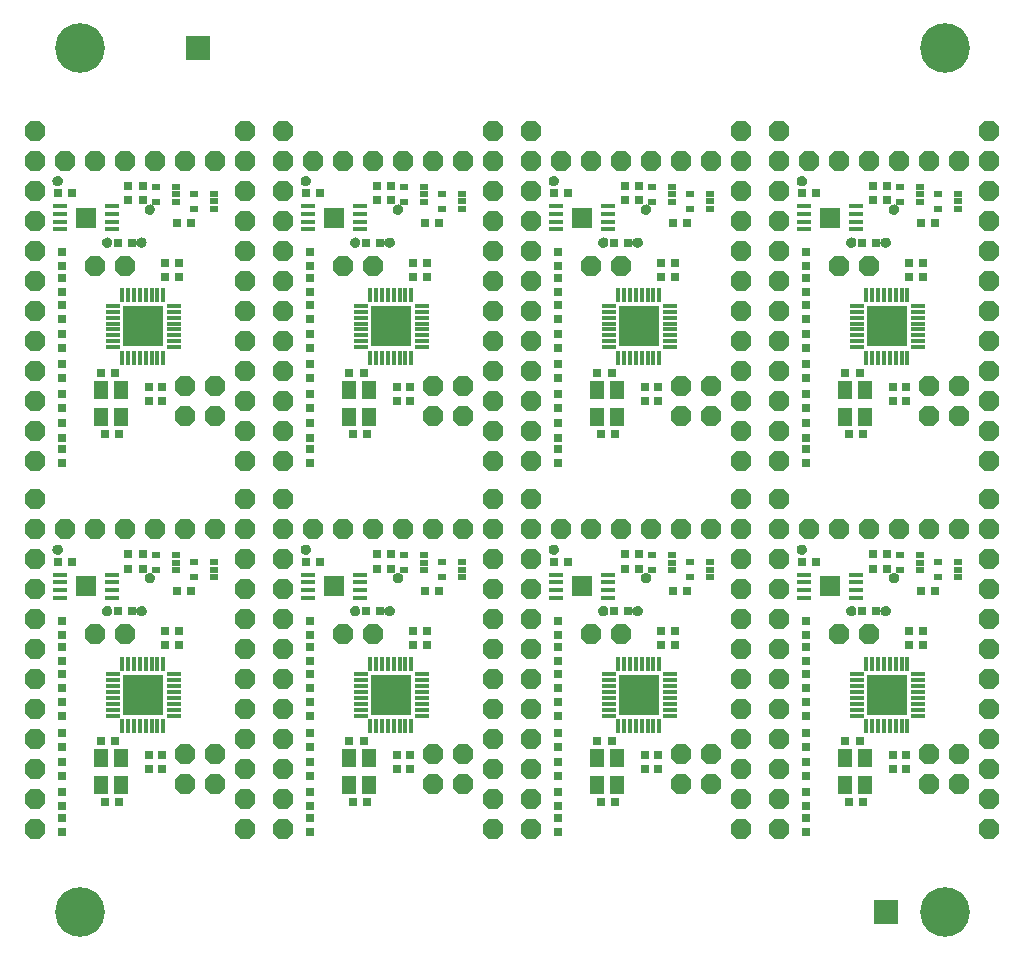
<source format=gts>
G75*
%MOIN*%
%OFA0B0*%
%FSLAX24Y24*%
%IPPOS*%
%LPD*%
%AMOC8*
5,1,8,0,0,1.08239X$1,22.5*
%
%ADD10C,0.1655*%
%ADD11R,0.0787X0.0787*%
%ADD12OC8,0.0671*%
%ADD13R,0.1378X0.1378*%
%ADD14R,0.0138X0.0492*%
%ADD15R,0.0492X0.0138*%
%ADD16R,0.0315X0.0315*%
%ADD17C,0.0050*%
%ADD18C,0.0474*%
%ADD19R,0.0315X0.0197*%
%ADD20R,0.0709X0.0709*%
%ADD21R,0.0512X0.0591*%
D10*
X006755Y006405D03*
X035574Y006405D03*
X035574Y035224D03*
X006755Y035224D03*
D11*
X010692Y035224D03*
X033605Y006405D03*
D12*
X037066Y009173D03*
X037066Y010173D03*
X037066Y011173D03*
X036066Y011673D03*
X037066Y012173D03*
X037066Y013173D03*
X037066Y014173D03*
X037066Y015173D03*
X037066Y016173D03*
X037066Y017173D03*
X037066Y018173D03*
X037066Y019173D03*
X036066Y019173D03*
X035066Y019173D03*
X034066Y019173D03*
X033066Y019173D03*
X032066Y019173D03*
X031066Y019173D03*
X030066Y019173D03*
X030066Y020173D03*
X028798Y020173D03*
X028798Y019173D03*
X027798Y019173D03*
X026798Y019173D03*
X025798Y019173D03*
X024798Y019173D03*
X023798Y019173D03*
X022798Y019173D03*
X021798Y019173D03*
X021798Y020173D03*
X020530Y020173D03*
X020530Y019173D03*
X019530Y019173D03*
X018530Y019173D03*
X017530Y019173D03*
X016530Y019173D03*
X015530Y019173D03*
X014530Y019173D03*
X013530Y019173D03*
X013530Y020173D03*
X012263Y020173D03*
X012263Y019173D03*
X012263Y018173D03*
X012263Y017173D03*
X012263Y016173D03*
X012263Y015173D03*
X012263Y014173D03*
X012263Y013173D03*
X012263Y012173D03*
X012263Y011173D03*
X012263Y010173D03*
X012263Y009173D03*
X013530Y009173D03*
X013530Y010173D03*
X013530Y011173D03*
X013530Y012173D03*
X013530Y013173D03*
X013530Y014173D03*
X013530Y015173D03*
X013530Y016173D03*
X013530Y017173D03*
X013530Y018173D03*
X011263Y019173D03*
X010263Y019173D03*
X009263Y019173D03*
X008263Y019173D03*
X007263Y019173D03*
X006263Y019173D03*
X005263Y019173D03*
X005263Y020173D03*
X005263Y021456D03*
X005263Y022456D03*
X005263Y023456D03*
X005263Y024456D03*
X005263Y025456D03*
X005263Y026456D03*
X005263Y027456D03*
X005263Y028456D03*
X005263Y029456D03*
X005263Y030456D03*
X005263Y031456D03*
X005263Y032456D03*
X006263Y031456D03*
X007263Y031456D03*
X008263Y031456D03*
X009263Y031456D03*
X010263Y031456D03*
X011263Y031456D03*
X012263Y031456D03*
X012263Y032456D03*
X013530Y032456D03*
X013530Y031456D03*
X013530Y030456D03*
X013530Y029456D03*
X013530Y028456D03*
X013530Y027456D03*
X013530Y026456D03*
X013530Y025456D03*
X013530Y024456D03*
X013530Y023456D03*
X013530Y022456D03*
X013530Y021456D03*
X012263Y021456D03*
X012263Y022456D03*
X012263Y023456D03*
X012263Y024456D03*
X012263Y025456D03*
X012263Y026456D03*
X012263Y027456D03*
X012263Y028456D03*
X012263Y029456D03*
X012263Y030456D03*
X014530Y031456D03*
X015530Y031456D03*
X016530Y031456D03*
X017530Y031456D03*
X018530Y031456D03*
X019530Y031456D03*
X020530Y031456D03*
X020530Y032456D03*
X021798Y032456D03*
X021798Y031456D03*
X021798Y030456D03*
X021798Y029456D03*
X021798Y028456D03*
X021798Y027456D03*
X021798Y026456D03*
X021798Y025456D03*
X021798Y024456D03*
X021798Y023456D03*
X021798Y022456D03*
X021798Y021456D03*
X020530Y021456D03*
X020530Y022456D03*
X020530Y023456D03*
X020530Y024456D03*
X020530Y025456D03*
X020530Y026456D03*
X020530Y027456D03*
X020530Y028456D03*
X020530Y029456D03*
X020530Y030456D03*
X022798Y031456D03*
X023798Y031456D03*
X024798Y031456D03*
X025798Y031456D03*
X026798Y031456D03*
X027798Y031456D03*
X028798Y031456D03*
X028798Y032456D03*
X030066Y032456D03*
X030066Y031456D03*
X030066Y030456D03*
X030066Y029456D03*
X030066Y028456D03*
X030066Y027456D03*
X030066Y026456D03*
X030066Y025456D03*
X030066Y024456D03*
X030066Y023456D03*
X030066Y022456D03*
X030066Y021456D03*
X028798Y021456D03*
X028798Y022456D03*
X028798Y023456D03*
X028798Y024456D03*
X028798Y025456D03*
X028798Y026456D03*
X028798Y027456D03*
X028798Y028456D03*
X028798Y029456D03*
X028798Y030456D03*
X031066Y031456D03*
X032066Y031456D03*
X033066Y031456D03*
X034066Y031456D03*
X035066Y031456D03*
X036066Y031456D03*
X037066Y031456D03*
X037066Y032456D03*
X037066Y030456D03*
X037066Y029456D03*
X037066Y028456D03*
X037066Y027456D03*
X037066Y026456D03*
X037066Y025456D03*
X037066Y024456D03*
X036066Y023956D03*
X037066Y023456D03*
X037066Y022456D03*
X036066Y022956D03*
X035066Y022956D03*
X035066Y023956D03*
X037066Y021456D03*
X037066Y020173D03*
X033066Y015673D03*
X032066Y015673D03*
X030066Y016173D03*
X030066Y017173D03*
X030066Y018173D03*
X028798Y018173D03*
X028798Y017173D03*
X028798Y016173D03*
X028798Y015173D03*
X028798Y014173D03*
X028798Y013173D03*
X028798Y012173D03*
X028798Y011173D03*
X028798Y010173D03*
X028798Y009173D03*
X030066Y009173D03*
X030066Y010173D03*
X030066Y011173D03*
X030066Y012173D03*
X030066Y013173D03*
X030066Y014173D03*
X030066Y015173D03*
X027798Y011673D03*
X026798Y011673D03*
X026798Y010673D03*
X027798Y010673D03*
X024798Y015673D03*
X023798Y015673D03*
X021798Y016173D03*
X021798Y017173D03*
X021798Y018173D03*
X020530Y018173D03*
X020530Y017173D03*
X020530Y016173D03*
X020530Y015173D03*
X020530Y014173D03*
X020530Y013173D03*
X020530Y012173D03*
X020530Y011173D03*
X020530Y010173D03*
X020530Y009173D03*
X021798Y009173D03*
X021798Y010173D03*
X021798Y011173D03*
X021798Y012173D03*
X021798Y013173D03*
X021798Y014173D03*
X021798Y015173D03*
X019530Y011673D03*
X018530Y011673D03*
X018530Y010673D03*
X019530Y010673D03*
X016530Y015673D03*
X015530Y015673D03*
X011263Y011673D03*
X010263Y011673D03*
X010263Y010673D03*
X011263Y010673D03*
X008263Y015673D03*
X007263Y015673D03*
X005263Y016173D03*
X005263Y017173D03*
X005263Y018173D03*
X005263Y015173D03*
X005263Y014173D03*
X005263Y013173D03*
X005263Y012173D03*
X005263Y011173D03*
X005263Y010173D03*
X005263Y009173D03*
X010263Y022956D03*
X011263Y022956D03*
X011263Y023956D03*
X010263Y023956D03*
X008263Y027956D03*
X007263Y027956D03*
X015530Y027956D03*
X016530Y027956D03*
X018530Y023956D03*
X018530Y022956D03*
X019530Y022956D03*
X019530Y023956D03*
X023798Y027956D03*
X024798Y027956D03*
X026798Y023956D03*
X026798Y022956D03*
X027798Y022956D03*
X027798Y023956D03*
X032066Y027956D03*
X033066Y027956D03*
X035066Y011673D03*
X035066Y010673D03*
X036066Y010673D03*
D13*
X033645Y013649D03*
X025377Y013649D03*
X017109Y013649D03*
X008841Y013649D03*
X008841Y025933D03*
X017109Y025933D03*
X025377Y025933D03*
X033645Y025933D03*
D14*
X033743Y026976D03*
X033546Y026976D03*
X033349Y026976D03*
X033153Y026976D03*
X032956Y026976D03*
X033940Y026976D03*
X034137Y026976D03*
X034334Y026976D03*
X034334Y024889D03*
X034137Y024889D03*
X033940Y024889D03*
X033743Y024889D03*
X033546Y024889D03*
X033349Y024889D03*
X033153Y024889D03*
X032956Y024889D03*
X026066Y024889D03*
X025869Y024889D03*
X025672Y024889D03*
X025475Y024889D03*
X025279Y024889D03*
X025082Y024889D03*
X024885Y024889D03*
X024688Y024889D03*
X024688Y026976D03*
X024885Y026976D03*
X025082Y026976D03*
X025279Y026976D03*
X025475Y026976D03*
X025672Y026976D03*
X025869Y026976D03*
X026066Y026976D03*
X017798Y026976D03*
X017601Y026976D03*
X017404Y026976D03*
X017208Y026976D03*
X017011Y026976D03*
X016814Y026976D03*
X016617Y026976D03*
X016420Y026976D03*
X016420Y024889D03*
X016617Y024889D03*
X016814Y024889D03*
X017011Y024889D03*
X017208Y024889D03*
X017404Y024889D03*
X017601Y024889D03*
X017798Y024889D03*
X009530Y024889D03*
X009334Y024889D03*
X009137Y024889D03*
X008940Y024889D03*
X008743Y024889D03*
X008546Y024889D03*
X008349Y024889D03*
X008153Y024889D03*
X008153Y026976D03*
X008349Y026976D03*
X008546Y026976D03*
X008743Y026976D03*
X008940Y026976D03*
X009137Y026976D03*
X009334Y026976D03*
X009530Y026976D03*
X009530Y014693D03*
X009334Y014693D03*
X009137Y014693D03*
X008940Y014693D03*
X008743Y014693D03*
X008546Y014693D03*
X008349Y014693D03*
X008153Y014693D03*
X008153Y012606D03*
X008349Y012606D03*
X008546Y012606D03*
X008743Y012606D03*
X008940Y012606D03*
X009137Y012606D03*
X009334Y012606D03*
X009530Y012606D03*
X016420Y012606D03*
X016617Y012606D03*
X016814Y012606D03*
X017011Y012606D03*
X017208Y012606D03*
X017404Y012606D03*
X017601Y012606D03*
X017798Y012606D03*
X017798Y014693D03*
X017601Y014693D03*
X017404Y014693D03*
X017208Y014693D03*
X017011Y014693D03*
X016814Y014693D03*
X016617Y014693D03*
X016420Y014693D03*
X024688Y014693D03*
X024885Y014693D03*
X025082Y014693D03*
X025279Y014693D03*
X025475Y014693D03*
X025672Y014693D03*
X025869Y014693D03*
X026066Y014693D03*
X026066Y012606D03*
X025869Y012606D03*
X025672Y012606D03*
X025475Y012606D03*
X025279Y012606D03*
X025082Y012606D03*
X024885Y012606D03*
X024688Y012606D03*
X032956Y012606D03*
X033153Y012606D03*
X033349Y012606D03*
X033546Y012606D03*
X033743Y012606D03*
X033940Y012606D03*
X034137Y012606D03*
X034334Y012606D03*
X034334Y014693D03*
X034137Y014693D03*
X033940Y014693D03*
X033743Y014693D03*
X033546Y014693D03*
X033349Y014693D03*
X033153Y014693D03*
X032956Y014693D03*
D15*
X032641Y014338D03*
X032641Y014141D03*
X032641Y013944D03*
X032641Y013748D03*
X032641Y013551D03*
X032641Y013354D03*
X032641Y013157D03*
X032641Y012960D03*
X034688Y012960D03*
X034688Y013157D03*
X034688Y013354D03*
X034688Y013551D03*
X034688Y013748D03*
X034688Y013944D03*
X034688Y014141D03*
X034688Y014338D03*
X032631Y016887D03*
X032631Y017143D03*
X032631Y017399D03*
X032631Y017655D03*
X030879Y017655D03*
X030879Y017399D03*
X030879Y017143D03*
X030879Y016887D03*
X026420Y014338D03*
X026420Y014141D03*
X026420Y013944D03*
X026420Y013748D03*
X026420Y013551D03*
X026420Y013354D03*
X026420Y013157D03*
X026420Y012960D03*
X024373Y012960D03*
X024373Y013157D03*
X024373Y013354D03*
X024373Y013551D03*
X024373Y013748D03*
X024373Y013944D03*
X024373Y014141D03*
X024373Y014338D03*
X024363Y016887D03*
X024363Y017143D03*
X024363Y017399D03*
X024363Y017655D03*
X022611Y017655D03*
X022611Y017399D03*
X022611Y017143D03*
X022611Y016887D03*
X018153Y014338D03*
X018153Y014141D03*
X018153Y013944D03*
X018153Y013748D03*
X018153Y013551D03*
X018153Y013354D03*
X018153Y013157D03*
X018153Y012960D03*
X016105Y012960D03*
X016105Y013157D03*
X016105Y013354D03*
X016105Y013551D03*
X016105Y013748D03*
X016105Y013944D03*
X016105Y014141D03*
X016105Y014338D03*
X016095Y016887D03*
X016095Y017143D03*
X016095Y017399D03*
X016095Y017655D03*
X014343Y017655D03*
X014343Y017399D03*
X014343Y017143D03*
X014343Y016887D03*
X009885Y014338D03*
X009885Y014141D03*
X009885Y013944D03*
X009885Y013748D03*
X009885Y013551D03*
X009885Y013354D03*
X009885Y013157D03*
X009885Y012960D03*
X007838Y012960D03*
X007838Y013157D03*
X007838Y013354D03*
X007838Y013551D03*
X007838Y013748D03*
X007838Y013944D03*
X007838Y014141D03*
X007838Y014338D03*
X007828Y016887D03*
X007828Y017143D03*
X007828Y017399D03*
X007828Y017655D03*
X006076Y017655D03*
X006076Y017399D03*
X006076Y017143D03*
X006076Y016887D03*
X007838Y025244D03*
X007838Y025441D03*
X007838Y025637D03*
X007838Y025834D03*
X007838Y026031D03*
X007838Y026228D03*
X007838Y026425D03*
X007838Y026622D03*
X009885Y026622D03*
X009885Y026425D03*
X009885Y026228D03*
X009885Y026031D03*
X009885Y025834D03*
X009885Y025637D03*
X009885Y025441D03*
X009885Y025244D03*
X007828Y029171D03*
X007828Y029427D03*
X007828Y029683D03*
X007828Y029939D03*
X006076Y029939D03*
X006076Y029683D03*
X006076Y029427D03*
X006076Y029171D03*
X014343Y029171D03*
X014343Y029427D03*
X014343Y029683D03*
X014343Y029939D03*
X016095Y029939D03*
X016095Y029683D03*
X016095Y029427D03*
X016095Y029171D03*
X016105Y026622D03*
X016105Y026425D03*
X016105Y026228D03*
X016105Y026031D03*
X016105Y025834D03*
X016105Y025637D03*
X016105Y025441D03*
X016105Y025244D03*
X018153Y025244D03*
X018153Y025441D03*
X018153Y025637D03*
X018153Y025834D03*
X018153Y026031D03*
X018153Y026228D03*
X018153Y026425D03*
X018153Y026622D03*
X022611Y029171D03*
X022611Y029427D03*
X022611Y029683D03*
X022611Y029939D03*
X024363Y029939D03*
X024363Y029683D03*
X024363Y029427D03*
X024363Y029171D03*
X024373Y026622D03*
X024373Y026425D03*
X024373Y026228D03*
X024373Y026031D03*
X024373Y025834D03*
X024373Y025637D03*
X024373Y025441D03*
X024373Y025244D03*
X026420Y025244D03*
X026420Y025441D03*
X026420Y025637D03*
X026420Y025834D03*
X026420Y026031D03*
X026420Y026228D03*
X026420Y026425D03*
X026420Y026622D03*
X030879Y029171D03*
X030879Y029427D03*
X030879Y029683D03*
X030879Y029939D03*
X032631Y029939D03*
X032631Y029683D03*
X032631Y029427D03*
X032631Y029171D03*
X032641Y026622D03*
X032641Y026425D03*
X032641Y026228D03*
X032641Y026031D03*
X032641Y025834D03*
X032641Y025637D03*
X032641Y025441D03*
X032641Y025244D03*
X034688Y025244D03*
X034688Y025441D03*
X034688Y025637D03*
X034688Y025834D03*
X034688Y026031D03*
X034688Y026228D03*
X034688Y026425D03*
X034688Y026622D03*
D16*
X034865Y027586D03*
X034393Y027586D03*
X034393Y028059D03*
X034865Y028059D03*
X034786Y029397D03*
X035259Y029397D03*
X033645Y030145D03*
X033172Y030145D03*
X033172Y030618D03*
X033645Y030618D03*
X033290Y028728D03*
X032818Y028728D03*
X030967Y028413D03*
X030967Y027941D03*
X030967Y027547D03*
X030967Y027074D03*
X030967Y026641D03*
X030967Y026169D03*
X030967Y025696D03*
X030967Y025224D03*
X030967Y024673D03*
X030967Y024200D03*
X030967Y023689D03*
X030967Y023216D03*
X030967Y022704D03*
X030967Y022232D03*
X030967Y021838D03*
X030967Y021366D03*
X032385Y022350D03*
X032857Y022350D03*
X033841Y023452D03*
X034275Y023452D03*
X034275Y023925D03*
X033841Y023925D03*
X032739Y024397D03*
X032267Y024397D03*
X026991Y029397D03*
X026519Y029397D03*
X026597Y028059D03*
X026125Y028059D03*
X026125Y027586D03*
X026597Y027586D03*
X025023Y028728D03*
X024550Y028728D03*
X024904Y030145D03*
X024904Y030618D03*
X025377Y030618D03*
X025377Y030145D03*
X023015Y030381D03*
X022542Y030381D03*
X022700Y028413D03*
X022700Y027941D03*
X022700Y027547D03*
X022700Y027074D03*
X022700Y026641D03*
X022700Y026169D03*
X022700Y025696D03*
X022700Y025224D03*
X022700Y024673D03*
X022700Y024200D03*
X022700Y023689D03*
X022700Y023216D03*
X022700Y022704D03*
X022700Y022232D03*
X022700Y021838D03*
X022700Y021366D03*
X024117Y022350D03*
X024590Y022350D03*
X025574Y023452D03*
X026007Y023452D03*
X026007Y023925D03*
X025574Y023925D03*
X024471Y024397D03*
X023999Y024397D03*
X018723Y029397D03*
X018251Y029397D03*
X018330Y028059D03*
X017857Y028059D03*
X017857Y027586D03*
X018330Y027586D03*
X016755Y028728D03*
X016282Y028728D03*
X016637Y030145D03*
X017109Y030145D03*
X017109Y030618D03*
X016637Y030618D03*
X014747Y030381D03*
X014275Y030381D03*
X014432Y028413D03*
X014432Y027941D03*
X014432Y027547D03*
X014432Y027074D03*
X014432Y026641D03*
X014432Y026169D03*
X014432Y025696D03*
X014432Y025224D03*
X014432Y024673D03*
X014432Y024200D03*
X014432Y023689D03*
X014432Y023216D03*
X014432Y022704D03*
X014432Y022232D03*
X014432Y021838D03*
X014432Y021366D03*
X015849Y022350D03*
X016322Y022350D03*
X017306Y023452D03*
X017739Y023452D03*
X017739Y023925D03*
X017306Y023925D03*
X016204Y024397D03*
X015731Y024397D03*
X010456Y029397D03*
X009983Y029397D03*
X010062Y028059D03*
X009590Y028059D03*
X009590Y027586D03*
X010062Y027586D03*
X008487Y028728D03*
X008015Y028728D03*
X008369Y030145D03*
X008841Y030145D03*
X008841Y030618D03*
X008369Y030618D03*
X006479Y030381D03*
X006007Y030381D03*
X006164Y028413D03*
X006164Y027941D03*
X006164Y027547D03*
X006164Y027074D03*
X006164Y026641D03*
X006164Y026169D03*
X006164Y025696D03*
X006164Y025224D03*
X006164Y024673D03*
X006164Y024200D03*
X006164Y023689D03*
X006164Y023216D03*
X006164Y022704D03*
X006164Y022232D03*
X006164Y021838D03*
X006164Y021366D03*
X007582Y022350D03*
X008054Y022350D03*
X009038Y023452D03*
X009471Y023452D03*
X009471Y023925D03*
X009038Y023925D03*
X007936Y024397D03*
X007464Y024397D03*
X008369Y018334D03*
X008841Y018334D03*
X008841Y017862D03*
X008369Y017862D03*
X008487Y016444D03*
X008015Y016444D03*
X009590Y015775D03*
X010062Y015775D03*
X010062Y015303D03*
X009590Y015303D03*
X009983Y017114D03*
X010456Y017114D03*
X014275Y018098D03*
X014747Y018098D03*
X016637Y017862D03*
X017109Y017862D03*
X017109Y018334D03*
X016637Y018334D03*
X016755Y016444D03*
X016282Y016444D03*
X014432Y016130D03*
X014432Y015657D03*
X014432Y015263D03*
X014432Y014791D03*
X014432Y014358D03*
X014432Y013885D03*
X014432Y013413D03*
X014432Y012941D03*
X014432Y012389D03*
X014432Y011917D03*
X014432Y011405D03*
X014432Y010933D03*
X014432Y010421D03*
X014432Y009948D03*
X014432Y009555D03*
X014432Y009082D03*
X015849Y010067D03*
X016322Y010067D03*
X017306Y011169D03*
X017739Y011169D03*
X017739Y011641D03*
X017306Y011641D03*
X016204Y012114D03*
X015731Y012114D03*
X017857Y015303D03*
X017857Y015775D03*
X018330Y015775D03*
X018330Y015303D03*
X018251Y017114D03*
X018723Y017114D03*
X022542Y018098D03*
X023015Y018098D03*
X024550Y016444D03*
X025023Y016444D03*
X026125Y015775D03*
X026125Y015303D03*
X026597Y015303D03*
X026597Y015775D03*
X026519Y017114D03*
X026991Y017114D03*
X025377Y017862D03*
X025377Y018334D03*
X024904Y018334D03*
X024904Y017862D03*
X022700Y016130D03*
X022700Y015657D03*
X022700Y015263D03*
X022700Y014791D03*
X022700Y014358D03*
X022700Y013885D03*
X022700Y013413D03*
X022700Y012941D03*
X022700Y012389D03*
X022700Y011917D03*
X022700Y011405D03*
X022700Y010933D03*
X022700Y010421D03*
X022700Y009948D03*
X022700Y009555D03*
X022700Y009082D03*
X024117Y010067D03*
X024590Y010067D03*
X025574Y011169D03*
X026007Y011169D03*
X026007Y011641D03*
X025574Y011641D03*
X024471Y012114D03*
X023999Y012114D03*
X030967Y011917D03*
X030967Y011405D03*
X030967Y010933D03*
X030967Y010421D03*
X030967Y009948D03*
X030967Y009555D03*
X030967Y009082D03*
X032385Y010067D03*
X032857Y010067D03*
X033841Y011169D03*
X034275Y011169D03*
X034275Y011641D03*
X033841Y011641D03*
X032739Y012114D03*
X032267Y012114D03*
X030967Y012389D03*
X030967Y012941D03*
X030967Y013413D03*
X030967Y013885D03*
X030967Y014358D03*
X030967Y014791D03*
X030967Y015263D03*
X030967Y015657D03*
X030967Y016130D03*
X032818Y016444D03*
X033290Y016444D03*
X034393Y015775D03*
X034393Y015303D03*
X034865Y015303D03*
X034865Y015775D03*
X034786Y017114D03*
X035259Y017114D03*
X033645Y017862D03*
X033172Y017862D03*
X033172Y018334D03*
X033645Y018334D03*
X031282Y018098D03*
X030810Y018098D03*
X030810Y030381D03*
X031282Y030381D03*
X009471Y011641D03*
X009038Y011641D03*
X009038Y011169D03*
X009471Y011169D03*
X008054Y010067D03*
X007582Y010067D03*
X006164Y009948D03*
X006164Y009555D03*
X006164Y009082D03*
X006164Y010421D03*
X006164Y010933D03*
X006164Y011405D03*
X006164Y011917D03*
X006164Y012389D03*
X006164Y012941D03*
X006164Y013413D03*
X006164Y013885D03*
X006164Y014358D03*
X006164Y014791D03*
X006164Y015263D03*
X006164Y015657D03*
X006164Y016130D03*
X006007Y018098D03*
X006479Y018098D03*
X007464Y012114D03*
X007936Y012114D03*
D17*
X007660Y016307D02*
X007630Y016310D01*
X007601Y016320D01*
X007574Y016337D01*
X007553Y016359D01*
X007536Y016385D01*
X007526Y016414D01*
X007523Y016444D01*
X007526Y016475D01*
X007536Y016504D01*
X007553Y016530D01*
X007574Y016552D01*
X007601Y016569D01*
X007630Y016579D01*
X007660Y016582D01*
X007691Y016579D01*
X007720Y016569D01*
X007746Y016552D01*
X007768Y016530D01*
X007785Y016504D01*
X007795Y016475D01*
X007798Y016444D01*
X007795Y016414D01*
X007785Y016385D01*
X007768Y016359D01*
X007746Y016337D01*
X007720Y016320D01*
X007691Y016310D01*
X007660Y016307D01*
X007604Y016319D02*
X007717Y016319D01*
X007774Y016368D02*
X007547Y016368D01*
X007526Y016416D02*
X007795Y016416D01*
X007796Y016465D02*
X007525Y016465D01*
X007542Y016513D02*
X007779Y016513D01*
X007731Y016562D02*
X007590Y016562D01*
X008664Y016444D02*
X008668Y016414D01*
X008678Y016385D01*
X008694Y016359D01*
X008716Y016337D01*
X008742Y016320D01*
X008771Y016310D01*
X008802Y016307D01*
X008833Y016310D01*
X008862Y016320D01*
X008888Y016337D01*
X008910Y016359D01*
X008926Y016385D01*
X008936Y016414D01*
X008940Y016444D01*
X008936Y016475D01*
X008926Y016504D01*
X008910Y016530D01*
X008888Y016552D01*
X008862Y016569D01*
X008833Y016579D01*
X008802Y016582D01*
X008771Y016579D01*
X008742Y016569D01*
X008716Y016552D01*
X008694Y016530D01*
X008678Y016504D01*
X008668Y016475D01*
X008664Y016444D01*
X008667Y016465D02*
X008938Y016465D01*
X008937Y016416D02*
X008668Y016416D01*
X008689Y016368D02*
X008916Y016368D01*
X008859Y016319D02*
X008746Y016319D01*
X008684Y016513D02*
X008921Y016513D01*
X008873Y016562D02*
X008731Y016562D01*
X009018Y017423D02*
X008992Y017439D01*
X008970Y017461D01*
X008954Y017487D01*
X008943Y017516D01*
X008940Y017547D01*
X008943Y017578D01*
X008954Y017607D01*
X008970Y017633D01*
X008992Y017655D01*
X009018Y017671D01*
X009047Y017681D01*
X009078Y017685D01*
X009108Y017681D01*
X009138Y017671D01*
X009164Y017655D01*
X009185Y017633D01*
X009202Y017607D01*
X009212Y017578D01*
X009216Y017547D01*
X009212Y017516D01*
X009202Y017487D01*
X009185Y017461D01*
X009164Y017439D01*
X009138Y017423D01*
X009108Y017413D01*
X009078Y017409D01*
X009047Y017413D01*
X009018Y017423D01*
X008999Y017435D02*
X009157Y017435D01*
X009199Y017483D02*
X008956Y017483D01*
X008942Y017532D02*
X009214Y017532D01*
X009211Y017580D02*
X008944Y017580D01*
X008967Y017629D02*
X009188Y017629D01*
X009120Y017677D02*
X009036Y017677D01*
X006141Y018461D02*
X006131Y018432D01*
X006115Y018406D01*
X006093Y018384D01*
X006067Y018368D01*
X006038Y018357D01*
X006007Y018354D01*
X005976Y018357D01*
X005947Y018368D01*
X005921Y018384D01*
X005899Y018406D01*
X005883Y018432D01*
X005873Y018461D01*
X005869Y018492D01*
X005873Y018522D01*
X005883Y018552D01*
X005899Y018578D01*
X005921Y018599D01*
X005947Y018616D01*
X005976Y018626D01*
X006007Y018630D01*
X006038Y018626D01*
X006067Y018616D01*
X006093Y018599D01*
X006115Y018578D01*
X006131Y018552D01*
X006141Y018522D01*
X006145Y018492D01*
X006141Y018461D01*
X006138Y018453D02*
X005875Y018453D01*
X005870Y018502D02*
X006144Y018502D01*
X006131Y018550D02*
X005882Y018550D01*
X005920Y018599D02*
X006094Y018599D01*
X006113Y018405D02*
X005900Y018405D01*
X005987Y018356D02*
X006027Y018356D01*
X014137Y018492D02*
X014140Y018461D01*
X014150Y018432D01*
X014167Y018406D01*
X014189Y018384D01*
X014215Y018368D01*
X014244Y018357D01*
X014275Y018354D01*
X014305Y018357D01*
X014334Y018368D01*
X014360Y018384D01*
X014382Y018406D01*
X014399Y018432D01*
X014409Y018461D01*
X014412Y018492D01*
X014409Y018522D01*
X014399Y018552D01*
X014382Y018578D01*
X014360Y018599D01*
X014334Y018616D01*
X014305Y018626D01*
X014275Y018630D01*
X014244Y018626D01*
X014215Y018616D01*
X014189Y018599D01*
X014167Y018578D01*
X014150Y018552D01*
X014140Y018522D01*
X014137Y018492D01*
X014138Y018502D02*
X014411Y018502D01*
X014406Y018453D02*
X014143Y018453D01*
X014168Y018405D02*
X014381Y018405D01*
X014295Y018356D02*
X014255Y018356D01*
X014150Y018550D02*
X014399Y018550D01*
X014361Y018599D02*
X014188Y018599D01*
X015842Y016552D02*
X015868Y016569D01*
X015897Y016579D01*
X015928Y016582D01*
X015959Y016579D01*
X015988Y016569D01*
X016014Y016552D01*
X016036Y016530D01*
X016052Y016504D01*
X016062Y016475D01*
X016066Y016444D01*
X016062Y016414D01*
X016052Y016385D01*
X016036Y016359D01*
X016014Y016337D01*
X015988Y016320D01*
X015959Y016310D01*
X015928Y016307D01*
X015897Y016310D01*
X015868Y016320D01*
X015842Y016337D01*
X015820Y016359D01*
X015804Y016385D01*
X015794Y016414D01*
X015790Y016444D01*
X015794Y016475D01*
X015804Y016504D01*
X015820Y016530D01*
X015842Y016552D01*
X015857Y016562D02*
X015999Y016562D01*
X016047Y016513D02*
X015810Y016513D01*
X015793Y016465D02*
X016064Y016465D01*
X016063Y016416D02*
X015794Y016416D01*
X015815Y016368D02*
X016042Y016368D01*
X015985Y016319D02*
X015872Y016319D01*
X016932Y016444D02*
X016936Y016414D01*
X016946Y016385D01*
X016962Y016359D01*
X016984Y016337D01*
X017010Y016320D01*
X017039Y016310D01*
X017070Y016307D01*
X017101Y016310D01*
X017130Y016320D01*
X017156Y016337D01*
X017178Y016359D01*
X017194Y016385D01*
X017204Y016414D01*
X017208Y016444D01*
X017204Y016475D01*
X017194Y016504D01*
X017178Y016530D01*
X017156Y016552D01*
X017130Y016569D01*
X017101Y016579D01*
X017070Y016582D01*
X017039Y016579D01*
X017010Y016569D01*
X016984Y016552D01*
X016962Y016530D01*
X016946Y016504D01*
X016936Y016475D01*
X016932Y016444D01*
X016934Y016465D02*
X017205Y016465D01*
X017204Y016416D02*
X016935Y016416D01*
X016956Y016368D02*
X017183Y016368D01*
X017126Y016319D02*
X017013Y016319D01*
X016951Y016513D02*
X017188Y016513D01*
X017141Y016562D02*
X016999Y016562D01*
X017286Y017423D02*
X017260Y017439D01*
X017238Y017461D01*
X017221Y017487D01*
X017211Y017516D01*
X017208Y017547D01*
X017211Y017578D01*
X017221Y017607D01*
X017238Y017633D01*
X017260Y017655D01*
X017286Y017671D01*
X017315Y017681D01*
X017345Y017685D01*
X017376Y017681D01*
X017405Y017671D01*
X017431Y017655D01*
X017453Y017633D01*
X017470Y017607D01*
X017480Y017578D01*
X017483Y017547D01*
X017480Y017516D01*
X017470Y017487D01*
X017453Y017461D01*
X017431Y017439D01*
X017405Y017423D01*
X017376Y017413D01*
X017345Y017409D01*
X017315Y017413D01*
X017286Y017423D01*
X017267Y017435D02*
X017424Y017435D01*
X017467Y017483D02*
X017224Y017483D01*
X017209Y017532D02*
X017482Y017532D01*
X017479Y017580D02*
X017212Y017580D01*
X017235Y017629D02*
X017456Y017629D01*
X017388Y017677D02*
X017303Y017677D01*
X022408Y018461D02*
X022404Y018492D01*
X022408Y018522D01*
X022418Y018552D01*
X022435Y018578D01*
X022456Y018599D01*
X022629Y018599D01*
X022628Y018599D02*
X022650Y018578D01*
X022666Y018552D01*
X022677Y018522D01*
X022680Y018492D01*
X022677Y018461D01*
X022666Y018432D01*
X022650Y018406D01*
X022628Y018384D01*
X022602Y018368D01*
X022573Y018357D01*
X022542Y018354D01*
X022512Y018357D01*
X022482Y018368D01*
X022456Y018384D01*
X022435Y018406D01*
X022418Y018432D01*
X022408Y018461D01*
X022411Y018453D02*
X022674Y018453D01*
X022679Y018502D02*
X022406Y018502D01*
X022418Y018550D02*
X022667Y018550D01*
X022628Y018599D02*
X022602Y018616D01*
X022573Y018626D01*
X022542Y018630D01*
X022512Y018626D01*
X022482Y018616D01*
X022456Y018599D01*
X022436Y018405D02*
X022649Y018405D01*
X022562Y018356D02*
X022522Y018356D01*
X024110Y016552D02*
X024136Y016569D01*
X024165Y016579D01*
X024196Y016582D01*
X024226Y016579D01*
X024256Y016569D01*
X024282Y016552D01*
X024304Y016530D01*
X024320Y016504D01*
X024330Y016475D01*
X024334Y016444D01*
X024330Y016414D01*
X024320Y016385D01*
X024304Y016359D01*
X024282Y016337D01*
X024256Y016320D01*
X024226Y016310D01*
X024196Y016307D01*
X024165Y016310D01*
X024136Y016320D01*
X024110Y016337D01*
X024088Y016359D01*
X024072Y016385D01*
X024061Y016414D01*
X024058Y016444D01*
X024061Y016475D01*
X024072Y016504D01*
X024088Y016530D01*
X024110Y016552D01*
X024125Y016562D02*
X024267Y016562D01*
X024314Y016513D02*
X024077Y016513D01*
X024060Y016465D02*
X024331Y016465D01*
X024330Y016416D02*
X024061Y016416D01*
X024082Y016368D02*
X024309Y016368D01*
X024252Y016319D02*
X024139Y016319D01*
X025203Y016414D02*
X025200Y016444D01*
X025203Y016475D01*
X025213Y016504D01*
X025230Y016530D01*
X025252Y016552D01*
X025278Y016569D01*
X025307Y016579D01*
X025338Y016582D01*
X025368Y016579D01*
X025397Y016569D01*
X025423Y016552D01*
X025445Y016530D01*
X025462Y016504D01*
X025472Y016475D01*
X025475Y016444D01*
X025472Y016414D01*
X025462Y016385D01*
X025445Y016359D01*
X025423Y016337D01*
X025397Y016320D01*
X025368Y016310D01*
X025338Y016307D01*
X025307Y016310D01*
X025278Y016320D01*
X025252Y016337D01*
X025230Y016359D01*
X025213Y016385D01*
X025203Y016414D01*
X025203Y016416D02*
X025472Y016416D01*
X025473Y016465D02*
X025202Y016465D01*
X025219Y016513D02*
X025456Y016513D01*
X025408Y016562D02*
X025267Y016562D01*
X025224Y016368D02*
X025451Y016368D01*
X025394Y016319D02*
X025281Y016319D01*
X025582Y017413D02*
X025553Y017423D01*
X025527Y017439D01*
X025505Y017461D01*
X025489Y017487D01*
X025479Y017516D01*
X025475Y017547D01*
X025479Y017578D01*
X025489Y017607D01*
X025505Y017633D01*
X025527Y017655D01*
X025553Y017671D01*
X025582Y017681D01*
X025613Y017685D01*
X025644Y017681D01*
X025673Y017671D01*
X025699Y017655D01*
X025721Y017633D01*
X025737Y017607D01*
X025747Y017578D01*
X025751Y017547D01*
X025747Y017516D01*
X025737Y017487D01*
X025721Y017461D01*
X025699Y017439D01*
X025673Y017423D01*
X025644Y017413D01*
X025613Y017409D01*
X025582Y017413D01*
X025534Y017435D02*
X025692Y017435D01*
X025735Y017483D02*
X025491Y017483D01*
X025477Y017532D02*
X025749Y017532D01*
X025747Y017580D02*
X025480Y017580D01*
X025503Y017629D02*
X025723Y017629D01*
X025655Y017677D02*
X025571Y017677D01*
X030676Y018461D02*
X030672Y018492D01*
X030676Y018522D01*
X030686Y018552D01*
X030702Y018578D01*
X030724Y018599D01*
X030750Y018616D01*
X030779Y018626D01*
X030810Y018630D01*
X030841Y018626D01*
X030870Y018616D01*
X030896Y018599D01*
X030918Y018578D01*
X030934Y018552D01*
X030944Y018522D01*
X030948Y018492D01*
X030944Y018461D01*
X030934Y018432D01*
X030918Y018406D01*
X030896Y018384D01*
X030870Y018368D01*
X030841Y018357D01*
X030810Y018354D01*
X030779Y018357D01*
X030750Y018368D01*
X030724Y018384D01*
X030702Y018406D01*
X030686Y018432D01*
X030676Y018461D01*
X030678Y018453D02*
X030942Y018453D01*
X030947Y018502D02*
X030673Y018502D01*
X030685Y018550D02*
X030935Y018550D01*
X030897Y018599D02*
X030723Y018599D01*
X030703Y018405D02*
X030917Y018405D01*
X030830Y018356D02*
X030790Y018356D01*
X032378Y016552D02*
X032404Y016569D01*
X032433Y016579D01*
X032464Y016582D01*
X032494Y016579D01*
X032523Y016569D01*
X032549Y016552D01*
X032571Y016530D01*
X032588Y016504D01*
X032598Y016475D01*
X032601Y016444D01*
X032598Y016414D01*
X032588Y016385D01*
X032571Y016359D01*
X032549Y016337D01*
X032523Y016320D01*
X032494Y016310D01*
X032464Y016307D01*
X032433Y016310D01*
X032404Y016320D01*
X032378Y016337D01*
X032356Y016359D01*
X032339Y016385D01*
X032329Y016414D01*
X032326Y016444D01*
X032329Y016475D01*
X032339Y016504D01*
X032356Y016530D01*
X032378Y016552D01*
X032393Y016562D02*
X032534Y016562D01*
X032582Y016513D02*
X032345Y016513D01*
X032328Y016465D02*
X032599Y016465D01*
X032598Y016416D02*
X032329Y016416D01*
X032350Y016368D02*
X032577Y016368D01*
X032520Y016319D02*
X032407Y016319D01*
X033467Y016444D02*
X033471Y016414D01*
X033481Y016385D01*
X033498Y016359D01*
X033519Y016337D01*
X033545Y016320D01*
X033575Y016310D01*
X033605Y016307D01*
X033636Y016310D01*
X033665Y016320D01*
X033691Y016337D01*
X033713Y016359D01*
X033729Y016385D01*
X033740Y016414D01*
X033743Y016444D01*
X033740Y016475D01*
X033729Y016504D01*
X033713Y016530D01*
X033691Y016552D01*
X033665Y016569D01*
X033636Y016579D01*
X033605Y016582D01*
X033575Y016579D01*
X033545Y016569D01*
X033519Y016552D01*
X033498Y016530D01*
X033481Y016504D01*
X033471Y016475D01*
X033467Y016444D01*
X033470Y016465D02*
X033741Y016465D01*
X033740Y016416D02*
X033471Y016416D01*
X033492Y016368D02*
X033719Y016368D01*
X033662Y016319D02*
X033549Y016319D01*
X033487Y016513D02*
X033724Y016513D01*
X033676Y016562D02*
X033534Y016562D01*
X033821Y017423D02*
X033795Y017439D01*
X033773Y017461D01*
X033757Y017487D01*
X033747Y017516D01*
X033743Y017547D01*
X033747Y017578D01*
X033757Y017607D01*
X033773Y017633D01*
X033795Y017655D01*
X033821Y017671D01*
X033850Y017681D01*
X033881Y017685D01*
X033912Y017681D01*
X033941Y017671D01*
X033967Y017655D01*
X033989Y017633D01*
X034005Y017607D01*
X034015Y017578D01*
X034019Y017547D01*
X034015Y017516D01*
X034005Y017487D01*
X033989Y017461D01*
X033967Y017439D01*
X033941Y017423D01*
X033912Y017413D01*
X033881Y017409D01*
X033850Y017413D01*
X033821Y017423D01*
X033802Y017435D02*
X033960Y017435D01*
X034003Y017483D02*
X033759Y017483D01*
X033745Y017532D02*
X034017Y017532D01*
X034014Y017580D02*
X033747Y017580D01*
X033771Y017629D02*
X033991Y017629D01*
X033923Y017677D02*
X033839Y017677D01*
X033605Y028590D02*
X033575Y028594D01*
X033545Y028604D01*
X033519Y028620D01*
X033498Y028642D01*
X033481Y028668D01*
X033471Y028697D01*
X033467Y028728D01*
X033471Y028759D01*
X033481Y028788D01*
X033498Y028814D01*
X033519Y028836D01*
X033545Y028852D01*
X033575Y028862D01*
X033605Y028866D01*
X033636Y028862D01*
X033665Y028852D01*
X033691Y028836D01*
X033713Y028814D01*
X033729Y028788D01*
X033740Y028759D01*
X033743Y028728D01*
X033740Y028697D01*
X033729Y028668D01*
X033713Y028642D01*
X033691Y028620D01*
X033665Y028604D01*
X033636Y028594D01*
X033605Y028590D01*
X033501Y028638D02*
X033709Y028638D01*
X033736Y028687D02*
X033475Y028687D01*
X033468Y028735D02*
X033742Y028735D01*
X033731Y028784D02*
X033480Y028784D01*
X033516Y028832D02*
X033695Y028832D01*
X033850Y029696D02*
X033821Y029706D01*
X033795Y029723D01*
X033773Y029744D01*
X033757Y029771D01*
X033747Y029800D01*
X033743Y029830D01*
X033747Y029861D01*
X033757Y029890D01*
X033773Y029916D01*
X033795Y029938D01*
X033821Y029954D01*
X033850Y029965D01*
X033881Y029968D01*
X033912Y029965D01*
X033941Y029954D01*
X033967Y029938D01*
X033989Y029916D01*
X034005Y029890D01*
X034015Y029861D01*
X034019Y029830D01*
X034015Y029800D01*
X034005Y029771D01*
X033989Y029744D01*
X033967Y029723D01*
X033941Y029706D01*
X033912Y029696D01*
X033881Y029693D01*
X033850Y029696D01*
X033824Y029705D02*
X033938Y029705D01*
X033994Y029754D02*
X033767Y029754D01*
X033746Y029802D02*
X034015Y029802D01*
X034016Y029851D02*
X033745Y029851D01*
X033762Y029899D02*
X033999Y029899D01*
X033951Y029948D02*
X033810Y029948D01*
X032571Y028814D02*
X032588Y028788D01*
X032598Y028759D01*
X032601Y028728D01*
X032598Y028697D01*
X032588Y028668D01*
X032571Y028642D01*
X032549Y028620D01*
X032523Y028604D01*
X032494Y028594D01*
X032464Y028590D01*
X032433Y028594D01*
X032404Y028604D01*
X032378Y028620D01*
X032356Y028642D01*
X032339Y028668D01*
X032329Y028697D01*
X032326Y028728D01*
X032329Y028759D01*
X032339Y028788D01*
X032356Y028814D01*
X032378Y028836D01*
X032404Y028852D01*
X032433Y028862D01*
X032464Y028866D01*
X032494Y028862D01*
X032523Y028852D01*
X032549Y028836D01*
X032571Y028814D01*
X032553Y028832D02*
X032374Y028832D01*
X032338Y028784D02*
X032589Y028784D01*
X032601Y028735D02*
X032327Y028735D01*
X032333Y028687D02*
X032594Y028687D01*
X032567Y028638D02*
X032360Y028638D01*
X030896Y030667D02*
X030870Y030651D01*
X030841Y030641D01*
X030810Y030637D01*
X030779Y030641D01*
X030750Y030651D01*
X030724Y030667D01*
X030702Y030689D01*
X030686Y030715D01*
X030676Y030745D01*
X030672Y030775D01*
X030676Y030806D01*
X030686Y030835D01*
X030702Y030861D01*
X030724Y030883D01*
X030750Y030899D01*
X030779Y030910D01*
X030810Y030913D01*
X030841Y030910D01*
X030870Y030899D01*
X030896Y030883D01*
X030918Y030861D01*
X030934Y030835D01*
X030944Y030806D01*
X030948Y030775D01*
X030944Y030745D01*
X030934Y030715D01*
X030918Y030689D01*
X030896Y030667D01*
X030904Y030675D02*
X030716Y030675D01*
X030683Y030724D02*
X030937Y030724D01*
X030947Y030772D02*
X030673Y030772D01*
X030681Y030821D02*
X030939Y030821D01*
X030910Y030869D02*
X030710Y030869D01*
X025747Y029861D02*
X025751Y029830D01*
X025747Y029800D01*
X025737Y029771D01*
X025721Y029744D01*
X025699Y029723D01*
X025673Y029706D01*
X025644Y029696D01*
X025613Y029693D01*
X025582Y029696D01*
X025553Y029706D01*
X025527Y029723D01*
X025505Y029744D01*
X025489Y029771D01*
X025479Y029800D01*
X025475Y029830D01*
X025479Y029861D01*
X025489Y029890D01*
X025505Y029916D01*
X025527Y029938D01*
X025553Y029954D01*
X025582Y029965D01*
X025613Y029968D01*
X025644Y029965D01*
X025673Y029954D01*
X025699Y029938D01*
X025721Y029916D01*
X025737Y029890D01*
X025747Y029861D01*
X025749Y029851D02*
X025478Y029851D01*
X025479Y029802D02*
X025748Y029802D01*
X025727Y029754D02*
X025500Y029754D01*
X025556Y029705D02*
X025670Y029705D01*
X025732Y029899D02*
X025495Y029899D01*
X025543Y029948D02*
X025684Y029948D01*
X025368Y028862D02*
X025397Y028852D01*
X025423Y028836D01*
X025445Y028814D01*
X025462Y028788D01*
X025472Y028759D01*
X025475Y028728D01*
X025472Y028697D01*
X025462Y028668D01*
X025445Y028642D01*
X025423Y028620D01*
X025397Y028604D01*
X025368Y028594D01*
X025338Y028590D01*
X025307Y028594D01*
X025278Y028604D01*
X025252Y028620D01*
X025230Y028642D01*
X025213Y028668D01*
X025203Y028697D01*
X025200Y028728D01*
X025203Y028759D01*
X025213Y028788D01*
X025230Y028814D01*
X025252Y028836D01*
X025278Y028852D01*
X025307Y028862D01*
X025338Y028866D01*
X025368Y028862D01*
X025427Y028832D02*
X025248Y028832D01*
X025212Y028784D02*
X025463Y028784D01*
X025475Y028735D02*
X025201Y028735D01*
X025207Y028687D02*
X025468Y028687D01*
X025441Y028638D02*
X025234Y028638D01*
X024334Y028728D02*
X024330Y028697D01*
X024320Y028668D01*
X024304Y028642D01*
X024282Y028620D01*
X024256Y028604D01*
X024226Y028594D01*
X024196Y028590D01*
X024165Y028594D01*
X024136Y028604D01*
X024110Y028620D01*
X024088Y028642D01*
X024072Y028668D01*
X024061Y028697D01*
X024058Y028728D01*
X024061Y028759D01*
X024072Y028788D01*
X024088Y028814D01*
X024110Y028836D01*
X024136Y028852D01*
X024165Y028862D01*
X024196Y028866D01*
X024226Y028862D01*
X024256Y028852D01*
X024282Y028836D01*
X024304Y028814D01*
X024320Y028788D01*
X024330Y028759D01*
X024334Y028728D01*
X024333Y028735D02*
X024059Y028735D01*
X024065Y028687D02*
X024326Y028687D01*
X024300Y028638D02*
X024092Y028638D01*
X024070Y028784D02*
X024321Y028784D01*
X024285Y028832D02*
X024106Y028832D01*
X022628Y030667D02*
X022602Y030651D01*
X022573Y030641D01*
X022542Y030637D01*
X022512Y030641D01*
X022482Y030651D01*
X022456Y030667D01*
X022435Y030689D01*
X022418Y030715D01*
X022408Y030745D01*
X022404Y030775D01*
X022408Y030806D01*
X022418Y030835D01*
X022435Y030861D01*
X022456Y030883D01*
X022482Y030899D01*
X022512Y030910D01*
X022542Y030913D01*
X022573Y030910D01*
X022602Y030899D01*
X022628Y030883D01*
X022650Y030861D01*
X022666Y030835D01*
X022677Y030806D01*
X022680Y030775D01*
X022677Y030745D01*
X022666Y030715D01*
X022650Y030689D01*
X022628Y030667D01*
X022636Y030675D02*
X022449Y030675D01*
X022415Y030724D02*
X022669Y030724D01*
X022680Y030772D02*
X022405Y030772D01*
X022413Y030821D02*
X022671Y030821D01*
X022642Y030869D02*
X022443Y030869D01*
X017480Y029861D02*
X017483Y029830D01*
X017480Y029800D01*
X017470Y029771D01*
X017453Y029744D01*
X017431Y029723D01*
X017405Y029706D01*
X017376Y029696D01*
X017345Y029693D01*
X017315Y029696D01*
X017286Y029706D01*
X017260Y029723D01*
X017238Y029744D01*
X017221Y029771D01*
X017211Y029800D01*
X017208Y029830D01*
X017211Y029861D01*
X017221Y029890D01*
X017238Y029916D01*
X017260Y029938D01*
X017286Y029954D01*
X017315Y029965D01*
X017345Y029968D01*
X017376Y029965D01*
X017405Y029954D01*
X017431Y029938D01*
X017453Y029916D01*
X017470Y029890D01*
X017480Y029861D01*
X017481Y029851D02*
X017210Y029851D01*
X017211Y029802D02*
X017480Y029802D01*
X017459Y029754D02*
X017232Y029754D01*
X017288Y029705D02*
X017403Y029705D01*
X017464Y029899D02*
X017227Y029899D01*
X017275Y029948D02*
X017416Y029948D01*
X017101Y028862D02*
X017130Y028852D01*
X017156Y028836D01*
X017178Y028814D01*
X017194Y028788D01*
X017204Y028759D01*
X017208Y028728D01*
X017204Y028697D01*
X017194Y028668D01*
X017178Y028642D01*
X017156Y028620D01*
X017130Y028604D01*
X017101Y028594D01*
X017070Y028590D01*
X017039Y028594D01*
X017010Y028604D01*
X016984Y028620D01*
X016962Y028642D01*
X016946Y028668D01*
X016936Y028697D01*
X016932Y028728D01*
X016936Y028759D01*
X016946Y028788D01*
X016962Y028814D01*
X016984Y028836D01*
X017010Y028852D01*
X017039Y028862D01*
X017070Y028866D01*
X017101Y028862D01*
X017159Y028832D02*
X016980Y028832D01*
X016944Y028784D02*
X017195Y028784D01*
X017207Y028735D02*
X016933Y028735D01*
X016939Y028687D02*
X017200Y028687D01*
X017174Y028638D02*
X016966Y028638D01*
X016066Y028728D02*
X016062Y028697D01*
X016052Y028668D01*
X016036Y028642D01*
X016014Y028620D01*
X015988Y028604D01*
X015959Y028594D01*
X015928Y028590D01*
X015897Y028594D01*
X015868Y028604D01*
X015842Y028620D01*
X015820Y028642D01*
X015804Y028668D01*
X015794Y028697D01*
X015790Y028728D01*
X015794Y028759D01*
X015804Y028788D01*
X015820Y028814D01*
X015842Y028836D01*
X015868Y028852D01*
X015897Y028862D01*
X015928Y028866D01*
X015959Y028862D01*
X015988Y028852D01*
X016014Y028836D01*
X016036Y028814D01*
X016052Y028788D01*
X016062Y028759D01*
X016066Y028728D01*
X016065Y028735D02*
X015791Y028735D01*
X015797Y028687D02*
X016059Y028687D01*
X016032Y028638D02*
X015824Y028638D01*
X015803Y028784D02*
X016054Y028784D01*
X016017Y028832D02*
X015839Y028832D01*
X014360Y030667D02*
X014334Y030651D01*
X014305Y030641D01*
X014275Y030637D01*
X014244Y030641D01*
X014215Y030651D01*
X014189Y030667D01*
X014167Y030689D01*
X014150Y030715D01*
X014140Y030745D01*
X014137Y030775D01*
X014140Y030806D01*
X014150Y030835D01*
X014167Y030861D01*
X014189Y030883D01*
X014215Y030899D01*
X014244Y030910D01*
X014275Y030913D01*
X014305Y030910D01*
X014334Y030899D01*
X014360Y030883D01*
X014382Y030861D01*
X014399Y030835D01*
X014409Y030806D01*
X014412Y030775D01*
X014409Y030745D01*
X014399Y030715D01*
X014382Y030689D01*
X014360Y030667D01*
X014368Y030675D02*
X014181Y030675D01*
X014147Y030724D02*
X014402Y030724D01*
X014412Y030772D02*
X014137Y030772D01*
X014145Y030821D02*
X014404Y030821D01*
X014374Y030869D02*
X014175Y030869D01*
X009212Y029861D02*
X009216Y029830D01*
X009212Y029800D01*
X009202Y029771D01*
X009185Y029744D01*
X009164Y029723D01*
X009138Y029706D01*
X009108Y029696D01*
X009078Y029693D01*
X009047Y029696D01*
X009018Y029706D01*
X008992Y029723D01*
X008970Y029744D01*
X008954Y029771D01*
X008943Y029800D01*
X008940Y029830D01*
X008943Y029861D01*
X008954Y029890D01*
X008970Y029916D01*
X008992Y029938D01*
X009018Y029954D01*
X009047Y029965D01*
X009078Y029968D01*
X009108Y029965D01*
X009138Y029954D01*
X009164Y029938D01*
X009185Y029916D01*
X009202Y029890D01*
X009212Y029861D01*
X009213Y029851D02*
X008942Y029851D01*
X008943Y029802D02*
X009212Y029802D01*
X009191Y029754D02*
X008964Y029754D01*
X009021Y029705D02*
X009135Y029705D01*
X009196Y029899D02*
X008959Y029899D01*
X009007Y029948D02*
X009148Y029948D01*
X008833Y028862D02*
X008862Y028852D01*
X008888Y028836D01*
X008910Y028814D01*
X008926Y028788D01*
X008936Y028759D01*
X008940Y028728D01*
X008936Y028697D01*
X008926Y028668D01*
X008910Y028642D01*
X008888Y028620D01*
X008862Y028604D01*
X008833Y028594D01*
X008802Y028590D01*
X008771Y028594D01*
X008742Y028604D01*
X008716Y028620D01*
X008694Y028642D01*
X008678Y028668D01*
X008668Y028697D01*
X008664Y028728D01*
X008668Y028759D01*
X008678Y028788D01*
X008694Y028814D01*
X008716Y028836D01*
X008742Y028852D01*
X008771Y028862D01*
X008802Y028866D01*
X008833Y028862D01*
X008891Y028832D02*
X008713Y028832D01*
X008677Y028784D02*
X008928Y028784D01*
X008939Y028735D02*
X008665Y028735D01*
X008671Y028687D02*
X008933Y028687D01*
X008906Y028638D02*
X008698Y028638D01*
X007798Y028728D02*
X007795Y028697D01*
X007785Y028668D01*
X007768Y028642D01*
X007746Y028620D01*
X007720Y028604D01*
X007691Y028594D01*
X007660Y028590D01*
X007630Y028594D01*
X007601Y028604D01*
X007574Y028620D01*
X007553Y028642D01*
X007536Y028668D01*
X007526Y028697D01*
X007523Y028728D01*
X007526Y028759D01*
X007536Y028788D01*
X007553Y028814D01*
X007574Y028836D01*
X007601Y028852D01*
X007630Y028862D01*
X007660Y028866D01*
X007691Y028862D01*
X007720Y028852D01*
X007746Y028836D01*
X007768Y028814D01*
X007785Y028788D01*
X007795Y028759D01*
X007798Y028728D01*
X007797Y028735D02*
X007523Y028735D01*
X007530Y028687D02*
X007791Y028687D01*
X007764Y028638D02*
X007556Y028638D01*
X007535Y028784D02*
X007786Y028784D01*
X007750Y028832D02*
X007571Y028832D01*
X006093Y030667D02*
X006067Y030651D01*
X006038Y030641D01*
X006007Y030637D01*
X005976Y030641D01*
X005947Y030651D01*
X005921Y030667D01*
X005899Y030689D01*
X005883Y030715D01*
X005873Y030745D01*
X005869Y030775D01*
X005873Y030806D01*
X005883Y030835D01*
X005899Y030861D01*
X005921Y030883D01*
X005947Y030899D01*
X005976Y030910D01*
X006007Y030913D01*
X006038Y030910D01*
X006067Y030899D01*
X006093Y030883D01*
X006115Y030861D01*
X006131Y030835D01*
X006141Y030806D01*
X006145Y030775D01*
X006141Y030745D01*
X006131Y030715D01*
X006115Y030689D01*
X006093Y030667D01*
X006101Y030675D02*
X005913Y030675D01*
X005880Y030724D02*
X006134Y030724D01*
X006144Y030772D02*
X005869Y030772D01*
X005878Y030821D02*
X006136Y030821D01*
X006106Y030869D02*
X005907Y030869D01*
D18*
X010692Y035224D03*
X033605Y006405D03*
D19*
X035357Y017567D03*
X035357Y018078D03*
X034767Y018059D03*
X034767Y018315D03*
X034097Y018315D03*
X034097Y017803D03*
X034767Y017803D03*
X036027Y017822D03*
X036027Y017567D03*
X036027Y018078D03*
X027759Y018078D03*
X027759Y017822D03*
X027759Y017567D03*
X027090Y017567D03*
X027090Y018078D03*
X026499Y018059D03*
X026499Y018315D03*
X025830Y018315D03*
X025830Y017803D03*
X026499Y017803D03*
X019491Y017822D03*
X019491Y017567D03*
X019491Y018078D03*
X018822Y018078D03*
X018822Y017567D03*
X018231Y017803D03*
X018231Y018059D03*
X018231Y018315D03*
X017562Y018315D03*
X017562Y017803D03*
X011223Y017822D03*
X011223Y017567D03*
X011223Y018078D03*
X010554Y018078D03*
X010554Y017567D03*
X009964Y017803D03*
X009964Y018059D03*
X009964Y018315D03*
X009294Y018315D03*
X009294Y017803D03*
X010554Y029850D03*
X009964Y030086D03*
X009964Y030342D03*
X009964Y030598D03*
X010554Y030362D03*
X011223Y030362D03*
X011223Y030106D03*
X011223Y029850D03*
X009294Y030086D03*
X009294Y030598D03*
X017562Y030598D03*
X017562Y030086D03*
X018231Y030086D03*
X018231Y030342D03*
X018231Y030598D03*
X018822Y030362D03*
X018822Y029850D03*
X019491Y029850D03*
X019491Y030106D03*
X019491Y030362D03*
X025830Y030598D03*
X025830Y030086D03*
X026499Y030086D03*
X026499Y030342D03*
X026499Y030598D03*
X027090Y030362D03*
X027090Y029850D03*
X027759Y029850D03*
X027759Y030106D03*
X027759Y030362D03*
X034097Y030598D03*
X034097Y030086D03*
X034767Y030086D03*
X034767Y030342D03*
X034767Y030598D03*
X035357Y030362D03*
X035357Y029850D03*
X036027Y029850D03*
X036027Y030106D03*
X036027Y030362D03*
D20*
X031755Y029555D03*
X023487Y029555D03*
X015219Y029555D03*
X006952Y029555D03*
X006952Y017271D03*
X015219Y017271D03*
X023487Y017271D03*
X031755Y017271D03*
D21*
X032247Y022921D03*
X032916Y022921D03*
X032916Y023826D03*
X032247Y023826D03*
X024649Y023826D03*
X023979Y023826D03*
X023979Y022921D03*
X024649Y022921D03*
X016381Y022921D03*
X015712Y022921D03*
X015712Y023826D03*
X016381Y023826D03*
X008113Y023826D03*
X007444Y023826D03*
X007444Y022921D03*
X008113Y022921D03*
X008113Y011543D03*
X007444Y011543D03*
X007444Y010637D03*
X008113Y010637D03*
X015712Y010637D03*
X016381Y010637D03*
X016381Y011543D03*
X015712Y011543D03*
X023979Y011543D03*
X024649Y011543D03*
X024649Y010637D03*
X023979Y010637D03*
X032247Y010637D03*
X032916Y010637D03*
X032916Y011543D03*
X032247Y011543D03*
M02*

</source>
